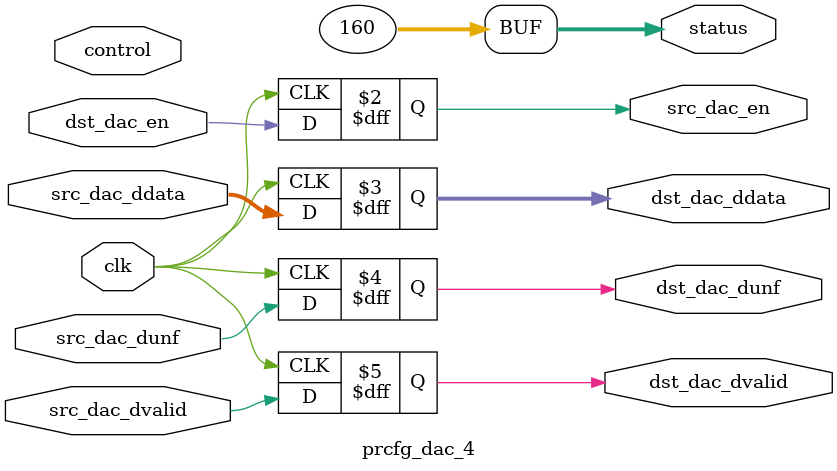
<source format=v>
module prcfg_dac_4(
  clk,
  control,
  status,
  src_dac_en,
  src_dac_ddata,
  src_dac_dunf,
  src_dac_dvalid,
  dst_dac_en,
  dst_dac_ddata,
  dst_dac_dunf,
  dst_dac_dvalid
);
  localparam  RP_ID       = 8'hA0;
  parameter   CHANNEL_ID  = 0;
  input             clk;
  input   [31:0]    control;
  output  [31:0]    status;
  output            src_dac_en;
  input   [31:0]    src_dac_ddata;
  input             src_dac_dunf;
  input             src_dac_dvalid;
  input             dst_dac_en;
  output  [31:0]    dst_dac_ddata;
  output            dst_dac_dunf;
  output            dst_dac_dvalid;
  reg               src_dac_en;
  reg     [31:0]    dst_dac_ddata;
  reg               dst_dac_dunf;
  reg               dst_dac_dvalid;
  assign status = {24'h0, RP_ID};
  always @(posedge clk) begin
    src_dac_en     <= dst_dac_en;
    dst_dac_ddata  <= src_dac_ddata;
    dst_dac_dunf   <= src_dac_dunf;
    dst_dac_dvalid <= src_dac_dvalid;
  end
endmodule
</source>
